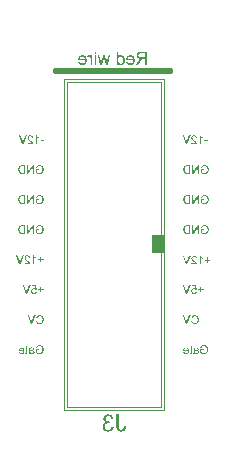
<source format=gbo>
%FSLAX33Y33*%
%MOMM*%
%AMRR-H508000-W10160000-R152400-RO1.000*
21,1,9.8552,0.508,0.,0.,180*
21,1,10.16,0.2032,0.,0.,180*
1,1,0.3048,4.9276,-0.1016*
1,1,0.3048,-4.9276,-0.1016*
1,1,0.3048,-4.9276,0.1016*
1,1,0.3048,4.9276,0.1016*%
%AMRect-W1000000-H1500000-RO1.000*
21,1,1.,1.5,0.,0.,180*%
%ADD10C,0.1*%
%ADD11RR-H508000-W10160000-R152400-RO1.000*%
%ADD12Rect-W1000000-H1500000-RO1.000*%
D10*
%LNbottom silkscreen_traces*%
%LNbottom silkscreen component aee47269770e5b20*%
G01*
X6000Y41583D02*
X6000Y14083D01*
X14000Y14083*
X14000Y41583*
X6000Y41583*
X5750Y41833D02*
X5750Y13833D01*
X14250Y13833*
X14250Y41833*
X5750Y41833*
D11*
X9915Y42508D03*
D12*
X13700Y27833D03*
G36*
X3686Y18845D02*
X3686Y18930D01*
X3378Y18930D01*
X3378Y18661D01*
X3414Y18634D01*
X3450Y18611D01*
X3487Y18591D01*
X3525Y18575D01*
X3563Y18563D01*
X3601Y18554D01*
X3640Y18549D01*
X3679Y18547D01*
X3732Y18550D01*
X3782Y18558D01*
X3829Y18573D01*
X3874Y18593D01*
X3915Y18618D01*
X3951Y18649D01*
X3981Y18685D01*
X4006Y18726D01*
X4026Y18770D01*
X4040Y18817D01*
X4048Y18867D01*
X4051Y18919D01*
X4048Y18972D01*
X4040Y19022D01*
X4026Y19071D01*
X4007Y19118D01*
X3982Y19161D01*
X3952Y19198D01*
X3918Y19229D01*
X3879Y19254D01*
X3836Y19274D01*
X3789Y19288D01*
X3740Y19296D01*
X3687Y19299D01*
X3648Y19297D01*
X3612Y19293D01*
X3577Y19285D01*
X3544Y19273D01*
X3514Y19259D01*
X3487Y19243D01*
X3464Y19224D01*
X3444Y19202D01*
X3427Y19178D01*
X3412Y19150D01*
X3400Y19118D01*
X3389Y19083D01*
X3476Y19059D01*
X3485Y19086D01*
X3494Y19109D01*
X3505Y19129D01*
X3517Y19147D01*
X3530Y19162D01*
X3546Y19175D01*
X3565Y19187D01*
X3586Y19198D01*
X3609Y19206D01*
X3634Y19212D01*
X3659Y19215D01*
X3686Y19217D01*
X3718Y19215D01*
X3748Y19212D01*
X3775Y19205D01*
X3800Y19197D01*
X3823Y19186D01*
X3844Y19173D01*
X3862Y19159D01*
X3878Y19144D01*
X3892Y19127D01*
X3904Y19109D01*
X3915Y19091D01*
X3924Y19072D01*
X3936Y19037D01*
X3945Y19001D01*
X3950Y18964D01*
X3952Y18925D01*
X3950Y18879D01*
X3943Y18836D01*
X3933Y18797D01*
X3918Y18763D01*
X3900Y18732D01*
X3877Y18706D01*
X3851Y18683D01*
X3821Y18665D01*
X3788Y18652D01*
X3755Y18642D01*
X3720Y18636D01*
X3685Y18634D01*
X3654Y18635D01*
X3623Y18640D01*
X3593Y18647D01*
X3563Y18658D01*
X3535Y18670D01*
X3510Y18683D01*
X3490Y18696D01*
X3472Y18709D01*
X3472Y18845D01*
X3686Y18845D01*
X3686Y18845D01*
X2904Y18624D02*
X2929Y18605D01*
X2932Y18602D01*
X2966Y18652D01*
X2950Y18667D01*
X2937Y18683D01*
X2926Y18702D01*
X2919Y18719D01*
X2915Y18739D01*
X2912Y18763D01*
X2911Y18791D01*
X2911Y18824D01*
X2911Y18824D01*
X2939Y18814D01*
X2972Y18805D01*
X3012Y18797D01*
X3057Y18790D01*
X3083Y18786D01*
X3104Y18782D01*
X3122Y18777D01*
X3135Y18772D01*
X3146Y18767D01*
X3155Y18760D01*
X3163Y18752D01*
X3170Y18743D01*
X3176Y18733D01*
X3180Y18723D01*
X3182Y18712D01*
X3183Y18701D01*
X3181Y18684D01*
X3176Y18668D01*
X3168Y18654D01*
X3156Y18641D01*
X3141Y18631D01*
X3122Y18623D01*
X3101Y18619D01*
X3077Y18617D01*
X3051Y18619D01*
X3028Y18623D01*
X3006Y18630D01*
X2985Y18640D01*
X2966Y18652D01*
X2932Y18602D01*
X2953Y18588D01*
X2976Y18575D01*
X2999Y18565D01*
X3023Y18557D01*
X3047Y18552D01*
X3072Y18549D01*
X3098Y18547D01*
X3139Y18550D01*
X3175Y18558D01*
X3206Y18571D01*
X3231Y18590D01*
X3252Y18613D01*
X3266Y18638D01*
X3275Y18667D01*
X3278Y18698D01*
X3277Y18717D01*
X3274Y18735D01*
X3268Y18753D01*
X3260Y18769D01*
X3251Y18784D01*
X3240Y18798D01*
X3228Y18810D01*
X3214Y18820D01*
X3200Y18829D01*
X3184Y18837D01*
X3167Y18844D01*
X3150Y18850D01*
X3135Y18853D01*
X3117Y18856D01*
X3095Y18860D01*
X3071Y18863D01*
X3020Y18870D01*
X2977Y18877D01*
X2940Y18885D01*
X2911Y18894D01*
X2911Y18902D01*
X2911Y18909D01*
X2911Y18914D01*
X2911Y18917D01*
X2912Y18942D01*
X2917Y18964D01*
X2925Y18981D01*
X2936Y18994D01*
X2955Y19007D01*
X2979Y19017D01*
X3006Y19022D01*
X3038Y19024D01*
X3067Y19023D01*
X3093Y19019D01*
X3114Y19012D01*
X3131Y19002D01*
X3145Y18989D01*
X3157Y18972D01*
X3167Y18950D01*
X3175Y18924D01*
X3263Y18936D01*
X3256Y18963D01*
X3247Y18987D01*
X3236Y19008D01*
X3223Y19026D01*
X3208Y19043D01*
X3190Y19057D01*
X3169Y19069D01*
X3145Y19079D01*
X3118Y19088D01*
X3089Y19093D01*
X3058Y19097D01*
X3025Y19098D01*
X2993Y19097D01*
X2964Y19094D01*
X2938Y19089D01*
X2915Y19082D01*
X2896Y19074D01*
X2879Y19064D01*
X2865Y19054D01*
X2853Y19042D01*
X2844Y19029D01*
X2836Y19015D01*
X2830Y18999D01*
X2826Y18982D01*
X2824Y18968D01*
X2822Y18950D01*
X2821Y18927D01*
X2821Y18899D01*
X2821Y18780D01*
X2821Y18724D01*
X2820Y18678D01*
X2818Y18645D01*
X2815Y18623D01*
X2812Y18606D01*
X2807Y18590D01*
X2801Y18575D01*
X2793Y18559D01*
X2886Y18559D01*
X2892Y18574D01*
X2897Y18589D01*
X2901Y18606D01*
X2904Y18624D01*
X2904Y18624D01*
X2488Y18639D02*
X2475Y18560D01*
X2493Y18557D01*
X2511Y18554D01*
X2527Y18553D01*
X2542Y18552D01*
X2565Y18553D01*
X2585Y18556D01*
X2603Y18561D01*
X2618Y18568D01*
X2630Y18576D01*
X2641Y18586D01*
X2649Y18596D01*
X2655Y18608D01*
X2660Y18624D01*
X2664Y18647D01*
X2666Y18677D01*
X2666Y18714D01*
X2666Y19017D01*
X2732Y19017D01*
X2732Y19086D01*
X2666Y19086D01*
X2666Y19217D01*
X2577Y19270D01*
X2577Y19086D01*
X2488Y19086D01*
X2488Y19017D01*
X2577Y19017D01*
X2577Y18709D01*
X2577Y18691D01*
X2576Y18677D01*
X2575Y18667D01*
X2573Y18660D01*
X2570Y18654D01*
X2567Y18650D01*
X2562Y18646D01*
X2557Y18642D01*
X2551Y18639D01*
X2544Y18637D01*
X2536Y18636D01*
X2527Y18636D01*
X2519Y18636D01*
X2510Y18637D01*
X2499Y18638D01*
X2488Y18639D01*
X2488Y18639D01*
X2040Y18729D02*
X1947Y18718D01*
X1961Y18679D01*
X1979Y18646D01*
X2001Y18617D01*
X2028Y18592D01*
X2060Y18573D01*
X2096Y18559D01*
X2135Y18550D01*
X2179Y18547D01*
X2234Y18552D01*
X2283Y18565D01*
X2326Y18587D01*
X2362Y18619D01*
X2392Y18658D01*
X2413Y18704D01*
X2426Y18758D01*
X2430Y18818D01*
X2426Y18881D01*
X2413Y18936D01*
X2392Y18984D01*
X2362Y19025D01*
X2325Y19057D01*
X2283Y19080D01*
X2236Y19094D01*
X2184Y19098D01*
X2177Y19097D01*
X2183Y19025D01*
X2213Y19022D01*
X2240Y19014D01*
X2264Y19002D01*
X2287Y18983D01*
X2305Y18961D01*
X2319Y18935D01*
X2328Y18906D01*
X2333Y18873D01*
X2333Y18873D01*
X2039Y18873D01*
X2043Y18905D01*
X2050Y18932D01*
X2060Y18954D01*
X2072Y18973D01*
X2095Y18996D01*
X2121Y19012D01*
X2151Y19021D01*
X2183Y19025D01*
X2177Y19097D01*
X2134Y19094D01*
X2088Y19080D01*
X2047Y19058D01*
X2011Y19026D01*
X1982Y18987D01*
X1961Y18940D01*
X1949Y18885D01*
X1944Y18824D01*
X1945Y18819D01*
X1945Y18814D01*
X1945Y18807D01*
X1945Y18800D01*
X2338Y18800D01*
X2333Y18759D01*
X2323Y18723D01*
X2308Y18693D01*
X2289Y18667D01*
X2265Y18647D01*
X2239Y18632D01*
X2210Y18624D01*
X2179Y18621D01*
X2155Y18622D01*
X2133Y18627D01*
X2113Y18635D01*
X2095Y18647D01*
X2078Y18661D01*
X2064Y18680D01*
X2051Y18703D01*
X2040Y18729D01*
X2040Y18729D01*
X3508Y21354D02*
X3411Y21330D01*
X3430Y21274D01*
X3454Y21226D01*
X3484Y21184D01*
X3520Y21149D01*
X3562Y21122D01*
X3608Y21102D01*
X3658Y21091D01*
X3713Y21087D01*
X3769Y21090D01*
X3819Y21099D01*
X3864Y21114D01*
X3904Y21135D01*
X3938Y21161D01*
X3969Y21193D01*
X3995Y21231D01*
X4016Y21273D01*
X4033Y21320D01*
X4045Y21368D01*
X4052Y21417D01*
X4054Y21468D01*
X4052Y21523D01*
X4044Y21575D01*
X4030Y21623D01*
X4011Y21667D01*
X3987Y21706D01*
X3958Y21741D01*
X3925Y21771D01*
X3887Y21795D01*
X3846Y21814D01*
X3803Y21828D01*
X3758Y21836D01*
X3711Y21839D01*
X3659Y21836D01*
X3611Y21825D01*
X3567Y21808D01*
X3528Y21783D01*
X3493Y21753D01*
X3464Y21717D01*
X3441Y21675D01*
X3424Y21627D01*
X3519Y21605D01*
X3533Y21642D01*
X3550Y21673D01*
X3569Y21700D01*
X3592Y21720D01*
X3618Y21736D01*
X3646Y21748D01*
X3678Y21754D01*
X3713Y21757D01*
X3753Y21754D01*
X3790Y21747D01*
X3823Y21734D01*
X3853Y21716D01*
X3879Y21695D01*
X3901Y21669D01*
X3919Y21641D01*
X3932Y21609D01*
X3942Y21574D01*
X3949Y21540D01*
X3954Y21505D01*
X3955Y21469D01*
X3953Y21424D01*
X3948Y21382D01*
X3940Y21343D01*
X3928Y21307D01*
X3913Y21275D01*
X3894Y21246D01*
X3871Y21223D01*
X3844Y21204D01*
X3815Y21189D01*
X3785Y21178D01*
X3753Y21171D01*
X3721Y21169D01*
X3682Y21172D01*
X3646Y21181D01*
X3613Y21196D01*
X3584Y21216D01*
X3558Y21242D01*
X3537Y21274D01*
X3520Y21311D01*
X3508Y21354D01*
X3508Y21354D01*
X3085Y21099D02*
X3367Y21827D01*
X3263Y21827D01*
X3074Y21298D01*
X3063Y21267D01*
X3053Y21237D01*
X3044Y21207D01*
X3035Y21179D01*
X3027Y21209D01*
X3017Y21239D01*
X3007Y21269D01*
X2996Y21298D01*
X2800Y21827D01*
X2702Y21827D01*
X2986Y21099D01*
X3085Y21099D01*
X3085Y21099D01*
X3851Y23757D02*
X3851Y23956D01*
X4048Y23956D01*
X4048Y24040D01*
X3851Y24040D01*
X3851Y24238D01*
X3766Y24238D01*
X3766Y24040D01*
X3568Y24040D01*
X3568Y23956D01*
X3766Y23956D01*
X3766Y23757D01*
X3851Y23757D01*
X3851Y23757D01*
X3469Y23830D02*
X3376Y23838D01*
X3369Y23806D01*
X3358Y23778D01*
X3345Y23754D01*
X3327Y23735D01*
X3307Y23720D01*
X3285Y23709D01*
X3262Y23703D01*
X3236Y23700D01*
X3205Y23703D01*
X3176Y23713D01*
X3150Y23728D01*
X3127Y23749D01*
X3107Y23775D01*
X3093Y23806D01*
X3085Y23840D01*
X3082Y23878D01*
X3085Y23914D01*
X3093Y23946D01*
X3106Y23974D01*
X3125Y23999D01*
X3148Y24018D01*
X3174Y24032D01*
X3204Y24040D01*
X3237Y24043D01*
X3258Y24041D01*
X3278Y24038D01*
X3297Y24032D01*
X3315Y24023D01*
X3332Y24013D01*
X3346Y24001D01*
X3359Y23987D01*
X3370Y23972D01*
X3454Y23983D01*
X3383Y24357D01*
X3022Y24357D01*
X3022Y24271D01*
X3312Y24271D01*
X3351Y24076D01*
X3318Y24096D01*
X3284Y24110D01*
X3249Y24119D01*
X3214Y24122D01*
X3168Y24117D01*
X3126Y24105D01*
X3087Y24084D01*
X3053Y24056D01*
X3024Y24020D01*
X3004Y23980D01*
X2991Y23935D01*
X2987Y23886D01*
X2991Y23838D01*
X3002Y23794D01*
X3020Y23753D01*
X3045Y23715D01*
X3083Y23677D01*
X3128Y23649D01*
X3178Y23632D01*
X3236Y23627D01*
X3283Y23630D01*
X3326Y23641D01*
X3364Y23658D01*
X3398Y23682D01*
X3426Y23713D01*
X3447Y23747D01*
X3462Y23786D01*
X3469Y23830D01*
X3469Y23830D01*
X2660Y23639D02*
X2942Y24367D01*
X2838Y24367D01*
X2649Y23838D01*
X2638Y23807D01*
X2628Y23777D01*
X2619Y23747D01*
X2611Y23719D01*
X2602Y23749D01*
X2593Y23779D01*
X2582Y23809D01*
X2572Y23838D01*
X2375Y24367D01*
X2277Y24367D01*
X2562Y23639D01*
X2660Y23639D01*
X2660Y23639D01*
X3851Y26297D02*
X3851Y26496D01*
X4048Y26496D01*
X4048Y26580D01*
X3851Y26580D01*
X3851Y26778D01*
X3766Y26778D01*
X3766Y26580D01*
X3568Y26580D01*
X3568Y26496D01*
X3766Y26496D01*
X3766Y26297D01*
X3851Y26297D01*
X3851Y26297D01*
X3133Y26179D02*
X3222Y26179D01*
X3222Y26748D01*
X3240Y26733D01*
X3260Y26718D01*
X3282Y26702D01*
X3307Y26687D01*
X3333Y26672D01*
X3357Y26660D01*
X3380Y26649D01*
X3401Y26641D01*
X3401Y26727D01*
X3365Y26746D01*
X3331Y26766D01*
X3299Y26788D01*
X3270Y26812D01*
X3244Y26837D01*
X3222Y26862D01*
X3204Y26886D01*
X3191Y26910D01*
X3133Y26910D01*
X3133Y26179D01*
X3133Y26179D01*
X2435Y26265D02*
X2435Y26179D01*
X2916Y26179D01*
X2916Y26195D01*
X2914Y26211D01*
X2910Y26226D01*
X2905Y26241D01*
X2895Y26266D01*
X2882Y26290D01*
X2865Y26314D01*
X2847Y26338D01*
X2824Y26363D01*
X2797Y26389D01*
X2766Y26418D01*
X2730Y26448D01*
X2675Y26494D01*
X2630Y26535D01*
X2595Y26571D01*
X2570Y26602D01*
X2551Y26630D01*
X2538Y26658D01*
X2530Y26684D01*
X2528Y26710D01*
X2530Y26735D01*
X2537Y26759D01*
X2549Y26780D01*
X2566Y26799D01*
X2586Y26815D01*
X2610Y26827D01*
X2636Y26833D01*
X2665Y26836D01*
X2695Y26833D01*
X2723Y26826D01*
X2747Y26814D01*
X2768Y26797D01*
X2785Y26776D01*
X2797Y26751D01*
X2805Y26722D01*
X2807Y26690D01*
X2899Y26699D01*
X2891Y26748D01*
X2877Y26790D01*
X2856Y26826D01*
X2828Y26856D01*
X2795Y26879D01*
X2756Y26896D01*
X2712Y26906D01*
X2663Y26910D01*
X2613Y26906D01*
X2569Y26895D01*
X2530Y26877D01*
X2497Y26852D01*
X2470Y26821D01*
X2451Y26787D01*
X2440Y26749D01*
X2436Y26708D01*
X2437Y26686D01*
X2441Y26664D01*
X2446Y26643D01*
X2454Y26622D01*
X2464Y26600D01*
X2478Y26579D01*
X2494Y26556D01*
X2513Y26533D01*
X2537Y26508D01*
X2568Y26478D01*
X2606Y26444D01*
X2651Y26405D01*
X2688Y26374D01*
X2717Y26348D01*
X2739Y26328D01*
X2754Y26314D01*
X2765Y26301D01*
X2775Y26289D01*
X2784Y26277D01*
X2792Y26265D01*
X2435Y26265D01*
X2435Y26265D01*
X2095Y26179D02*
X2377Y26907D01*
X2273Y26907D01*
X2084Y26378D01*
X2073Y26347D01*
X2063Y26317D01*
X2054Y26287D01*
X2046Y26259D01*
X2037Y26289D01*
X2027Y26319D01*
X2017Y26349D01*
X2006Y26378D01*
X1810Y26907D01*
X1712Y26907D01*
X1997Y26179D01*
X2095Y26179D01*
X2095Y26179D01*
X4073Y36558D02*
X4073Y36647D01*
X3798Y36647D01*
X3798Y36558D01*
X4073Y36558D01*
X4073Y36558D01*
X3388Y36339D02*
X3477Y36339D01*
X3477Y36908D01*
X3495Y36893D01*
X3515Y36878D01*
X3537Y36862D01*
X3562Y36847D01*
X3588Y36832D01*
X3612Y36820D01*
X3635Y36809D01*
X3656Y36801D01*
X3656Y36887D01*
X3620Y36906D01*
X3586Y36926D01*
X3554Y36948D01*
X3525Y36972D01*
X3499Y36997D01*
X3477Y37022D01*
X3459Y37046D01*
X3446Y37070D01*
X3388Y37070D01*
X3388Y36339D01*
X3388Y36339D01*
X2690Y36425D02*
X2690Y36339D01*
X3171Y36339D01*
X3171Y36355D01*
X3169Y36371D01*
X3165Y36386D01*
X3160Y36401D01*
X3150Y36426D01*
X3137Y36450D01*
X3120Y36474D01*
X3102Y36498D01*
X3079Y36523D01*
X3052Y36549D01*
X3021Y36578D01*
X2985Y36608D01*
X2930Y36654D01*
X2885Y36695D01*
X2850Y36731D01*
X2825Y36762D01*
X2806Y36790D01*
X2793Y36818D01*
X2786Y36844D01*
X2783Y36870D01*
X2785Y36895D01*
X2792Y36919D01*
X2804Y36940D01*
X2821Y36959D01*
X2841Y36975D01*
X2865Y36987D01*
X2891Y36993D01*
X2920Y36996D01*
X2950Y36993D01*
X2978Y36986D01*
X3002Y36974D01*
X3023Y36957D01*
X3040Y36936D01*
X3052Y36911D01*
X3060Y36882D01*
X3062Y36850D01*
X3154Y36859D01*
X3146Y36908D01*
X3132Y36950D01*
X3111Y36986D01*
X3083Y37016D01*
X3050Y37039D01*
X3011Y37056D01*
X2967Y37066D01*
X2918Y37070D01*
X2868Y37066D01*
X2824Y37055D01*
X2785Y37037D01*
X2752Y37012D01*
X2725Y36981D01*
X2706Y36947D01*
X2695Y36909D01*
X2691Y36868D01*
X2692Y36846D01*
X2696Y36824D01*
X2701Y36803D01*
X2709Y36782D01*
X2719Y36760D01*
X2733Y36739D01*
X2749Y36716D01*
X2768Y36693D01*
X2792Y36668D01*
X2823Y36638D01*
X2861Y36604D01*
X2906Y36565D01*
X2943Y36534D01*
X2972Y36508D01*
X2994Y36488D01*
X3009Y36474D01*
X3020Y36461D01*
X3030Y36449D01*
X3039Y36437D01*
X3047Y36425D01*
X2690Y36425D01*
X2690Y36425D01*
X2350Y36339D02*
X2632Y37067D01*
X2528Y37067D01*
X2339Y36538D01*
X2328Y36507D01*
X2318Y36477D01*
X2309Y36447D01*
X2301Y36419D01*
X2292Y36449D01*
X2282Y36479D01*
X2272Y36509D01*
X2262Y36538D01*
X2065Y37067D01*
X1967Y37067D01*
X2252Y36339D01*
X2350Y36339D01*
X2350Y36339D01*
X3686Y34085D02*
X3686Y34170D01*
X3378Y34170D01*
X3378Y33901D01*
X3414Y33874D01*
X3450Y33851D01*
X3487Y33831D01*
X3525Y33815D01*
X3563Y33803D01*
X3601Y33794D01*
X3640Y33789D01*
X3679Y33787D01*
X3732Y33790D01*
X3782Y33798D01*
X3829Y33813D01*
X3874Y33833D01*
X3915Y33858D01*
X3951Y33889D01*
X3981Y33925D01*
X4006Y33966D01*
X4026Y34010D01*
X4040Y34057D01*
X4048Y34107D01*
X4051Y34159D01*
X4048Y34212D01*
X4040Y34262D01*
X4026Y34311D01*
X4007Y34358D01*
X3982Y34401D01*
X3952Y34438D01*
X3918Y34469D01*
X3879Y34494D01*
X3836Y34514D01*
X3789Y34528D01*
X3740Y34536D01*
X3687Y34539D01*
X3648Y34537D01*
X3612Y34533D01*
X3577Y34525D01*
X3544Y34513D01*
X3514Y34499D01*
X3487Y34483D01*
X3464Y34464D01*
X3444Y34442D01*
X3427Y34418D01*
X3412Y34390D01*
X3400Y34358D01*
X3389Y34323D01*
X3476Y34299D01*
X3485Y34326D01*
X3494Y34349D01*
X3505Y34369D01*
X3517Y34387D01*
X3530Y34402D01*
X3546Y34415D01*
X3565Y34427D01*
X3586Y34438D01*
X3609Y34446D01*
X3634Y34452D01*
X3659Y34455D01*
X3686Y34457D01*
X3718Y34455D01*
X3748Y34452D01*
X3775Y34445D01*
X3800Y34437D01*
X3823Y34426D01*
X3844Y34413D01*
X3862Y34399D01*
X3878Y34384D01*
X3892Y34367D01*
X3904Y34349D01*
X3915Y34331D01*
X3924Y34312D01*
X3936Y34277D01*
X3945Y34241D01*
X3950Y34204D01*
X3952Y34165D01*
X3950Y34119D01*
X3943Y34076D01*
X3933Y34037D01*
X3918Y34003D01*
X3900Y33972D01*
X3877Y33946D01*
X3851Y33923D01*
X3821Y33905D01*
X3788Y33892D01*
X3755Y33882D01*
X3720Y33876D01*
X3685Y33874D01*
X3654Y33875D01*
X3623Y33880D01*
X3593Y33887D01*
X3563Y33898D01*
X3535Y33910D01*
X3510Y33923D01*
X3490Y33936D01*
X3472Y33949D01*
X3472Y34085D01*
X3686Y34085D01*
X3686Y34085D01*
X3237Y33799D02*
X3237Y34527D01*
X3139Y34527D01*
X2757Y33956D01*
X2757Y34527D01*
X2664Y34527D01*
X2664Y33799D01*
X2763Y33799D01*
X3145Y34371D01*
X3145Y33799D01*
X3237Y33799D01*
X3237Y33799D01*
X2503Y33799D02*
X2503Y34527D01*
X2254Y34527D01*
X2254Y34441D01*
X2406Y34441D01*
X2406Y33885D01*
X2406Y33885D01*
X2251Y33885D01*
X2217Y33886D01*
X2187Y33889D01*
X2161Y33893D01*
X2138Y33899D01*
X2119Y33906D01*
X2101Y33915D01*
X2086Y33925D01*
X2073Y33936D01*
X2057Y33955D01*
X2043Y33976D01*
X2030Y34001D01*
X2020Y34028D01*
X2011Y34059D01*
X2005Y34092D01*
X2002Y34129D01*
X2001Y34168D01*
X2003Y34222D01*
X2010Y34269D01*
X2022Y34310D01*
X2038Y34344D01*
X2058Y34372D01*
X2079Y34395D01*
X2103Y34413D01*
X2129Y34426D01*
X2151Y34432D01*
X2180Y34437D01*
X2214Y34440D01*
X2254Y34441D01*
X2254Y34527D01*
X2252Y34527D01*
X2212Y34526D01*
X2177Y34524D01*
X2147Y34521D01*
X2123Y34516D01*
X2092Y34508D01*
X2065Y34496D01*
X2039Y34481D01*
X2016Y34464D01*
X1989Y34438D01*
X1966Y34409D01*
X1946Y34376D01*
X1930Y34340D01*
X1917Y34301D01*
X1908Y34259D01*
X1903Y34214D01*
X1901Y34167D01*
X1903Y34127D01*
X1906Y34089D01*
X1912Y34053D01*
X1921Y34020D01*
X1931Y33989D01*
X1943Y33962D01*
X1956Y33937D01*
X1970Y33914D01*
X1986Y33894D01*
X2002Y33877D01*
X2019Y33861D01*
X2037Y33848D01*
X2055Y33837D01*
X2076Y33827D01*
X2099Y33819D01*
X2123Y33812D01*
X2150Y33806D01*
X2178Y33802D01*
X2208Y33800D01*
X2240Y33799D01*
X2503Y33799D01*
X2503Y33799D01*
X3686Y31545D02*
X3686Y31630D01*
X3378Y31630D01*
X3378Y31361D01*
X3414Y31334D01*
X3450Y31311D01*
X3487Y31291D01*
X3525Y31275D01*
X3563Y31263D01*
X3601Y31254D01*
X3640Y31249D01*
X3679Y31247D01*
X3732Y31250D01*
X3782Y31258D01*
X3829Y31273D01*
X3874Y31293D01*
X3915Y31318D01*
X3951Y31349D01*
X3981Y31385D01*
X4006Y31426D01*
X4026Y31470D01*
X4040Y31517D01*
X4048Y31567D01*
X4051Y31619D01*
X4048Y31672D01*
X4040Y31722D01*
X4026Y31771D01*
X4007Y31818D01*
X3982Y31861D01*
X3952Y31898D01*
X3918Y31929D01*
X3879Y31954D01*
X3836Y31974D01*
X3789Y31988D01*
X3740Y31996D01*
X3687Y31999D01*
X3648Y31997D01*
X3612Y31993D01*
X3577Y31985D01*
X3544Y31973D01*
X3514Y31959D01*
X3487Y31943D01*
X3464Y31924D01*
X3444Y31902D01*
X3427Y31878D01*
X3412Y31850D01*
X3400Y31818D01*
X3389Y31783D01*
X3476Y31759D01*
X3485Y31786D01*
X3494Y31809D01*
X3505Y31829D01*
X3517Y31847D01*
X3530Y31862D01*
X3546Y31875D01*
X3565Y31887D01*
X3586Y31898D01*
X3609Y31906D01*
X3634Y31912D01*
X3659Y31915D01*
X3686Y31917D01*
X3718Y31915D01*
X3748Y31912D01*
X3775Y31905D01*
X3800Y31897D01*
X3823Y31886D01*
X3844Y31873D01*
X3862Y31859D01*
X3878Y31844D01*
X3892Y31827D01*
X3904Y31809D01*
X3915Y31791D01*
X3924Y31772D01*
X3936Y31737D01*
X3945Y31701D01*
X3950Y31664D01*
X3952Y31625D01*
X3950Y31579D01*
X3943Y31536D01*
X3933Y31497D01*
X3918Y31463D01*
X3900Y31432D01*
X3877Y31406D01*
X3851Y31383D01*
X3821Y31365D01*
X3788Y31352D01*
X3755Y31342D01*
X3720Y31336D01*
X3685Y31334D01*
X3654Y31335D01*
X3623Y31340D01*
X3593Y31347D01*
X3563Y31358D01*
X3535Y31370D01*
X3510Y31383D01*
X3490Y31396D01*
X3472Y31409D01*
X3472Y31545D01*
X3686Y31545D01*
X3686Y31545D01*
X3237Y31259D02*
X3237Y31987D01*
X3139Y31987D01*
X2757Y31416D01*
X2757Y31987D01*
X2664Y31987D01*
X2664Y31259D01*
X2763Y31259D01*
X3145Y31831D01*
X3145Y31259D01*
X3237Y31259D01*
X3237Y31259D01*
X2503Y31259D02*
X2503Y31987D01*
X2254Y31987D01*
X2254Y31901D01*
X2406Y31901D01*
X2406Y31345D01*
X2406Y31345D01*
X2251Y31345D01*
X2217Y31346D01*
X2187Y31349D01*
X2161Y31353D01*
X2138Y31359D01*
X2119Y31366D01*
X2101Y31375D01*
X2086Y31385D01*
X2073Y31396D01*
X2057Y31415D01*
X2043Y31436D01*
X2030Y31461D01*
X2020Y31488D01*
X2011Y31519D01*
X2005Y31552D01*
X2002Y31589D01*
X2001Y31628D01*
X2003Y31682D01*
X2010Y31729D01*
X2022Y31770D01*
X2038Y31804D01*
X2058Y31832D01*
X2079Y31855D01*
X2103Y31873D01*
X2129Y31886D01*
X2151Y31892D01*
X2180Y31897D01*
X2214Y31900D01*
X2254Y31901D01*
X2254Y31987D01*
X2252Y31987D01*
X2212Y31986D01*
X2177Y31984D01*
X2147Y31981D01*
X2123Y31976D01*
X2092Y31968D01*
X2065Y31956D01*
X2039Y31941D01*
X2016Y31924D01*
X1989Y31898D01*
X1966Y31869D01*
X1946Y31836D01*
X1930Y31800D01*
X1917Y31761D01*
X1908Y31719D01*
X1903Y31674D01*
X1901Y31627D01*
X1903Y31587D01*
X1906Y31549D01*
X1912Y31513D01*
X1921Y31480D01*
X1931Y31449D01*
X1943Y31422D01*
X1956Y31397D01*
X1970Y31374D01*
X1986Y31354D01*
X2002Y31337D01*
X2019Y31321D01*
X2037Y31308D01*
X2055Y31297D01*
X2076Y31287D01*
X2099Y31279D01*
X2123Y31272D01*
X2150Y31266D01*
X2178Y31262D01*
X2208Y31260D01*
X2240Y31259D01*
X2503Y31259D01*
X2503Y31259D01*
X3686Y29005D02*
X3686Y29090D01*
X3378Y29090D01*
X3378Y28821D01*
X3414Y28794D01*
X3450Y28771D01*
X3487Y28751D01*
X3525Y28735D01*
X3563Y28723D01*
X3601Y28714D01*
X3640Y28709D01*
X3679Y28707D01*
X3732Y28710D01*
X3782Y28718D01*
X3829Y28733D01*
X3874Y28753D01*
X3915Y28778D01*
X3951Y28809D01*
X3981Y28845D01*
X4006Y28886D01*
X4026Y28930D01*
X4040Y28977D01*
X4048Y29027D01*
X4051Y29079D01*
X4048Y29132D01*
X4040Y29182D01*
X4026Y29231D01*
X4007Y29278D01*
X3982Y29321D01*
X3952Y29358D01*
X3918Y29389D01*
X3879Y29414D01*
X3836Y29434D01*
X3789Y29448D01*
X3740Y29456D01*
X3687Y29459D01*
X3648Y29457D01*
X3612Y29453D01*
X3577Y29445D01*
X3544Y29433D01*
X3514Y29419D01*
X3487Y29403D01*
X3464Y29384D01*
X3444Y29362D01*
X3427Y29338D01*
X3412Y29310D01*
X3400Y29278D01*
X3389Y29243D01*
X3476Y29219D01*
X3485Y29246D01*
X3494Y29269D01*
X3505Y29289D01*
X3517Y29307D01*
X3530Y29322D01*
X3546Y29335D01*
X3565Y29347D01*
X3586Y29358D01*
X3609Y29366D01*
X3634Y29372D01*
X3659Y29375D01*
X3686Y29377D01*
X3718Y29375D01*
X3748Y29372D01*
X3775Y29365D01*
X3800Y29357D01*
X3823Y29346D01*
X3844Y29333D01*
X3862Y29319D01*
X3878Y29304D01*
X3892Y29287D01*
X3904Y29269D01*
X3915Y29251D01*
X3924Y29232D01*
X3936Y29197D01*
X3945Y29161D01*
X3950Y29124D01*
X3952Y29085D01*
X3950Y29039D01*
X3943Y28996D01*
X3933Y28957D01*
X3918Y28923D01*
X3900Y28892D01*
X3877Y28866D01*
X3851Y28843D01*
X3821Y28825D01*
X3788Y28812D01*
X3755Y28802D01*
X3720Y28796D01*
X3685Y28794D01*
X3654Y28795D01*
X3623Y28800D01*
X3593Y28807D01*
X3563Y28818D01*
X3535Y28830D01*
X3510Y28843D01*
X3490Y28856D01*
X3472Y28869D01*
X3472Y29005D01*
X3686Y29005D01*
X3686Y29005D01*
X3237Y28719D02*
X3237Y29447D01*
X3139Y29447D01*
X2757Y28876D01*
X2757Y29447D01*
X2664Y29447D01*
X2664Y28719D01*
X2763Y28719D01*
X3145Y29291D01*
X3145Y28719D01*
X3237Y28719D01*
X3237Y28719D01*
X2503Y28719D02*
X2503Y29447D01*
X2254Y29447D01*
X2254Y29361D01*
X2406Y29361D01*
X2406Y28805D01*
X2406Y28805D01*
X2251Y28805D01*
X2217Y28806D01*
X2187Y28809D01*
X2161Y28813D01*
X2138Y28819D01*
X2119Y28826D01*
X2101Y28835D01*
X2086Y28845D01*
X2073Y28856D01*
X2057Y28875D01*
X2043Y28896D01*
X2030Y28921D01*
X2020Y28948D01*
X2011Y28979D01*
X2005Y29012D01*
X2002Y29049D01*
X2001Y29088D01*
X2003Y29142D01*
X2010Y29189D01*
X2022Y29230D01*
X2038Y29264D01*
X2058Y29292D01*
X2079Y29315D01*
X2103Y29333D01*
X2129Y29346D01*
X2151Y29352D01*
X2180Y29357D01*
X2214Y29360D01*
X2254Y29361D01*
X2254Y29447D01*
X2252Y29447D01*
X2212Y29446D01*
X2177Y29444D01*
X2147Y29441D01*
X2123Y29436D01*
X2092Y29428D01*
X2065Y29416D01*
X2039Y29401D01*
X2016Y29384D01*
X1989Y29358D01*
X1966Y29329D01*
X1946Y29296D01*
X1930Y29260D01*
X1917Y29221D01*
X1908Y29179D01*
X1903Y29134D01*
X1901Y29087D01*
X1903Y29047D01*
X1906Y29009D01*
X1912Y28973D01*
X1921Y28940D01*
X1931Y28909D01*
X1943Y28882D01*
X1956Y28857D01*
X1970Y28834D01*
X1986Y28814D01*
X2002Y28797D01*
X2019Y28781D01*
X2037Y28768D01*
X2055Y28757D01*
X2076Y28747D01*
X2099Y28739D01*
X2123Y28732D01*
X2150Y28726D01*
X2178Y28722D01*
X2208Y28720D01*
X2240Y28719D01*
X2503Y28719D01*
X2503Y28719D01*
X12802Y43041D02*
X12802Y44132D01*
X12318Y44132D01*
X12250Y44130D01*
X12190Y44125D01*
X12139Y44116D01*
X12096Y44103D01*
X12060Y44085D01*
X12028Y44062D01*
X12000Y44033D01*
X11975Y43999D01*
X11955Y43961D01*
X11941Y43921D01*
X11933Y43879D01*
X11930Y43835D01*
X11934Y43779D01*
X11949Y43728D01*
X11972Y43681D01*
X12005Y43639D01*
X12048Y43603D01*
X12101Y43574D01*
X12164Y43552D01*
X12200Y43545D01*
X12223Y43662D01*
X12192Y43671D01*
X12166Y43683D01*
X12143Y43698D01*
X12124Y43716D01*
X12108Y43737D01*
X12095Y43760D01*
X12086Y43784D01*
X12080Y43809D01*
X12079Y43835D01*
X12082Y43872D01*
X12093Y43905D01*
X12110Y43935D01*
X12135Y43962D01*
X12167Y43984D01*
X12207Y43999D01*
X12256Y44009D01*
X12312Y44012D01*
X12658Y44012D01*
X12658Y43651D01*
X12658Y43651D01*
X12347Y43651D01*
X12300Y43652D01*
X12259Y43656D01*
X12223Y43662D01*
X12200Y43545D01*
X12237Y43538D01*
X12210Y43524D01*
X12187Y43510D01*
X12167Y43497D01*
X12150Y43483D01*
X12119Y43453D01*
X12088Y43418D01*
X12059Y43380D01*
X12030Y43338D01*
X11840Y43041D01*
X12022Y43041D01*
X12166Y43268D01*
X12197Y43315D01*
X12224Y43355D01*
X12249Y43390D01*
X12271Y43419D01*
X12290Y43443D01*
X12309Y43463D01*
X12327Y43479D01*
X12344Y43492D01*
X12360Y43501D01*
X12377Y43509D01*
X12393Y43516D01*
X12410Y43521D01*
X12424Y43523D01*
X12442Y43524D01*
X12464Y43525D01*
X12490Y43526D01*
X12658Y43526D01*
X12658Y43041D01*
X12802Y43041D01*
X12802Y43041D01*
X11180Y43296D02*
X11041Y43279D01*
X11061Y43221D01*
X11088Y43171D01*
X11122Y43127D01*
X11163Y43090D01*
X11210Y43061D01*
X11263Y43040D01*
X11323Y43028D01*
X11389Y43023D01*
X11471Y43030D01*
X11544Y43050D01*
X11608Y43084D01*
X11664Y43130D01*
X11708Y43189D01*
X11740Y43259D01*
X11759Y43339D01*
X11765Y43430D01*
X11759Y43524D01*
X11740Y43607D01*
X11708Y43679D01*
X11663Y43739D01*
X11607Y43788D01*
X11545Y43822D01*
X11474Y43843D01*
X11396Y43849D01*
X11385Y43848D01*
X11395Y43739D01*
X11439Y43735D01*
X11480Y43724D01*
X11517Y43705D01*
X11550Y43678D01*
X11578Y43644D01*
X11599Y43605D01*
X11613Y43561D01*
X11619Y43512D01*
X11619Y43512D01*
X11178Y43512D01*
X11185Y43559D01*
X11195Y43600D01*
X11210Y43634D01*
X11229Y43662D01*
X11263Y43696D01*
X11302Y43720D01*
X11346Y43734D01*
X11395Y43739D01*
X11385Y43848D01*
X11321Y43843D01*
X11252Y43822D01*
X11191Y43789D01*
X11137Y43742D01*
X11093Y43682D01*
X11062Y43612D01*
X11043Y43530D01*
X11037Y43438D01*
X11037Y43431D01*
X11037Y43423D01*
X11037Y43413D01*
X11038Y43402D01*
X11627Y43402D01*
X11619Y43341D01*
X11605Y43287D01*
X11583Y43241D01*
X11553Y43203D01*
X11518Y43173D01*
X11479Y43151D01*
X11435Y43138D01*
X11388Y43134D01*
X11353Y43136D01*
X11320Y43143D01*
X11290Y43155D01*
X11262Y43172D01*
X11238Y43195D01*
X11216Y43223D01*
X11196Y43256D01*
X11180Y43296D01*
X11180Y43296D01*
X10360Y43041D02*
X10360Y43141D01*
X10421Y43204D01*
X10419Y43205D01*
X10393Y43246D01*
X10373Y43296D01*
X10362Y43356D01*
X10358Y43425D01*
X10362Y43500D01*
X10374Y43565D01*
X10393Y43619D01*
X10421Y43663D01*
X10454Y43696D01*
X10490Y43720D01*
X10531Y43734D01*
X10575Y43739D01*
X10617Y43734D01*
X10657Y43720D01*
X10692Y43698D01*
X10724Y43666D01*
X10750Y43624D01*
X10769Y43572D01*
X10780Y43509D01*
X10784Y43436D01*
X10784Y43436D01*
X10780Y43365D01*
X10768Y43303D01*
X10748Y43251D01*
X10720Y43209D01*
X10686Y43176D01*
X10650Y43152D01*
X10611Y43138D01*
X10569Y43134D01*
X10526Y43138D01*
X10487Y43152D01*
X10452Y43174D01*
X10421Y43204D01*
X10360Y43141D01*
X10402Y43090D01*
X10453Y43053D01*
X10513Y43031D01*
X10581Y43023D01*
X10628Y43027D01*
X10672Y43036D01*
X10715Y43053D01*
X10755Y43076D01*
X10792Y43104D01*
X10825Y43138D01*
X10854Y43177D01*
X10878Y43221D01*
X10897Y43269D01*
X10911Y43321D01*
X10919Y43377D01*
X10921Y43436D01*
X10919Y43494D01*
X10912Y43549D01*
X10899Y43601D01*
X10882Y43650D01*
X10860Y43696D01*
X10833Y43736D01*
X10801Y43770D01*
X10764Y43798D01*
X10723Y43821D01*
X10680Y43837D01*
X10635Y43846D01*
X10587Y43849D01*
X10553Y43848D01*
X10520Y43842D01*
X10489Y43833D01*
X10460Y43819D01*
X10433Y43803D01*
X10409Y43785D01*
X10388Y43764D01*
X10369Y43741D01*
X10369Y44132D01*
X10236Y44132D01*
X10236Y43041D01*
X10360Y43041D01*
X10360Y43041D01*
X9456Y43041D02*
X9698Y43832D01*
X9560Y43832D01*
X9434Y43375D01*
X9387Y43206D01*
X9383Y43221D01*
X9375Y43253D01*
X9363Y43302D01*
X9346Y43369D01*
X9220Y43832D01*
X9083Y43832D01*
X8964Y43373D01*
X8925Y43222D01*
X8879Y43375D01*
X8744Y43832D01*
X8614Y43832D01*
X8861Y43041D01*
X9000Y43041D01*
X9126Y43515D01*
X9156Y43649D01*
X9316Y43041D01*
X9456Y43041D01*
X9456Y43041D01*
X8501Y43041D02*
X8501Y43832D01*
X8367Y43832D01*
X8367Y43041D01*
X8501Y43041D01*
X8501Y43041D01*
X8501Y43978D02*
X8501Y44132D01*
X8367Y44132D01*
X8367Y43978D01*
X8501Y43978D01*
X8501Y43978D01*
X8164Y43041D02*
X8164Y43832D01*
X8044Y43832D01*
X8044Y43712D01*
X8021Y43750D01*
X7999Y43782D01*
X7979Y43806D01*
X7959Y43823D01*
X7939Y43834D01*
X7918Y43843D01*
X7896Y43848D01*
X7873Y43849D01*
X7839Y43847D01*
X7804Y43839D01*
X7770Y43825D01*
X7735Y43806D01*
X7781Y43682D01*
X7806Y43695D01*
X7830Y43704D01*
X7855Y43709D01*
X7879Y43711D01*
X7901Y43709D01*
X7921Y43704D01*
X7940Y43696D01*
X7958Y43685D01*
X7975Y43670D01*
X7988Y43653D01*
X7999Y43634D01*
X8008Y43611D01*
X8018Y43575D01*
X8025Y43537D01*
X8029Y43497D01*
X8030Y43455D01*
X8030Y43041D01*
X8164Y43041D01*
X8164Y43041D01*
X7114Y43296D02*
X6976Y43279D01*
X6996Y43221D01*
X7023Y43171D01*
X7057Y43127D01*
X7097Y43090D01*
X7145Y43061D01*
X7198Y43040D01*
X7258Y43028D01*
X7324Y43023D01*
X7406Y43030D01*
X7479Y43050D01*
X7543Y43084D01*
X7599Y43130D01*
X7643Y43189D01*
X7675Y43259D01*
X7694Y43339D01*
X7700Y43430D01*
X7694Y43524D01*
X7674Y43607D01*
X7642Y43679D01*
X7597Y43739D01*
X7542Y43788D01*
X7479Y43822D01*
X7409Y43843D01*
X7331Y43849D01*
X7320Y43848D01*
X7330Y43739D01*
X7374Y43735D01*
X7414Y43724D01*
X7451Y43705D01*
X7485Y43678D01*
X7513Y43644D01*
X7533Y43605D01*
X7547Y43561D01*
X7554Y43512D01*
X7554Y43512D01*
X7113Y43512D01*
X7119Y43559D01*
X7130Y43600D01*
X7145Y43634D01*
X7164Y43662D01*
X7198Y43696D01*
X7237Y43720D01*
X7281Y43734D01*
X7330Y43739D01*
X7320Y43848D01*
X7255Y43843D01*
X7187Y43822D01*
X7126Y43789D01*
X7072Y43742D01*
X7028Y43682D01*
X6997Y43612D01*
X6978Y43530D01*
X6972Y43438D01*
X6972Y43431D01*
X6972Y43423D01*
X6972Y43413D01*
X6972Y43402D01*
X7562Y43402D01*
X7554Y43341D01*
X7540Y43287D01*
X7517Y43241D01*
X7488Y43203D01*
X7453Y43173D01*
X7414Y43151D01*
X7370Y43138D01*
X7323Y43134D01*
X7287Y43136D01*
X7255Y43143D01*
X7224Y43155D01*
X7197Y43172D01*
X7172Y43195D01*
X7150Y43223D01*
X7131Y43256D01*
X7114Y43296D01*
X7114Y43296D01*
X17939Y36558D02*
X17939Y36647D01*
X17665Y36647D01*
X17665Y36558D01*
X17939Y36558D01*
X17939Y36558D01*
X17254Y36339D02*
X17344Y36339D01*
X17344Y36908D01*
X17361Y36893D01*
X17381Y36878D01*
X17403Y36862D01*
X17428Y36847D01*
X17454Y36832D01*
X17478Y36820D01*
X17501Y36809D01*
X17522Y36801D01*
X17522Y36887D01*
X17486Y36906D01*
X17452Y36926D01*
X17420Y36948D01*
X17391Y36972D01*
X17365Y36997D01*
X17343Y37022D01*
X17326Y37046D01*
X17312Y37070D01*
X17254Y37070D01*
X17254Y36339D01*
X17254Y36339D01*
X16556Y36425D02*
X16556Y36339D01*
X17037Y36339D01*
X17037Y36355D01*
X17035Y36371D01*
X17031Y36386D01*
X17027Y36401D01*
X17016Y36426D01*
X17003Y36450D01*
X16987Y36474D01*
X16968Y36498D01*
X16945Y36523D01*
X16918Y36549D01*
X16887Y36578D01*
X16851Y36608D01*
X16796Y36654D01*
X16752Y36695D01*
X16716Y36731D01*
X16691Y36762D01*
X16672Y36790D01*
X16659Y36818D01*
X16652Y36844D01*
X16649Y36870D01*
X16651Y36895D01*
X16659Y36919D01*
X16670Y36940D01*
X16687Y36959D01*
X16707Y36975D01*
X16731Y36987D01*
X16757Y36993D01*
X16786Y36996D01*
X16817Y36993D01*
X16844Y36986D01*
X16868Y36974D01*
X16889Y36957D01*
X16906Y36936D01*
X16918Y36911D01*
X16926Y36882D01*
X16928Y36850D01*
X17020Y36859D01*
X17012Y36908D01*
X16998Y36950D01*
X16977Y36986D01*
X16949Y37016D01*
X16916Y37039D01*
X16877Y37056D01*
X16833Y37066D01*
X16784Y37070D01*
X16734Y37066D01*
X16690Y37055D01*
X16652Y37037D01*
X16618Y37012D01*
X16592Y36981D01*
X16573Y36947D01*
X16561Y36909D01*
X16557Y36868D01*
X16558Y36846D01*
X16562Y36824D01*
X16567Y36803D01*
X16575Y36782D01*
X16586Y36760D01*
X16599Y36739D01*
X16615Y36716D01*
X16634Y36693D01*
X16659Y36668D01*
X16690Y36638D01*
X16727Y36604D01*
X16772Y36565D01*
X16809Y36534D01*
X16838Y36508D01*
X16860Y36488D01*
X16875Y36474D01*
X16886Y36461D01*
X16896Y36449D01*
X16905Y36437D01*
X16913Y36425D01*
X16556Y36425D01*
X16556Y36425D01*
X16216Y36339D02*
X16498Y37067D01*
X16394Y37067D01*
X16205Y36538D01*
X16194Y36507D01*
X16184Y36477D01*
X16175Y36447D01*
X16167Y36419D01*
X16158Y36449D01*
X16149Y36479D01*
X16138Y36509D01*
X16128Y36538D01*
X15931Y37067D01*
X15833Y37067D01*
X16118Y36339D01*
X16216Y36339D01*
X16216Y36339D01*
X17609Y18845D02*
X17609Y18930D01*
X17301Y18930D01*
X17301Y18661D01*
X17337Y18634D01*
X17373Y18611D01*
X17410Y18591D01*
X17447Y18575D01*
X17485Y18563D01*
X17524Y18554D01*
X17563Y18549D01*
X17602Y18547D01*
X17654Y18550D01*
X17704Y18558D01*
X17752Y18573D01*
X17797Y18593D01*
X17838Y18618D01*
X17874Y18649D01*
X17904Y18685D01*
X17929Y18726D01*
X17948Y18770D01*
X17962Y18817D01*
X17971Y18867D01*
X17974Y18919D01*
X17971Y18972D01*
X17963Y19022D01*
X17949Y19071D01*
X17929Y19118D01*
X17905Y19161D01*
X17875Y19198D01*
X17841Y19229D01*
X17801Y19254D01*
X17758Y19274D01*
X17712Y19288D01*
X17662Y19296D01*
X17609Y19299D01*
X17571Y19297D01*
X17534Y19293D01*
X17500Y19285D01*
X17467Y19273D01*
X17437Y19259D01*
X17410Y19243D01*
X17387Y19224D01*
X17367Y19202D01*
X17350Y19178D01*
X17335Y19150D01*
X17322Y19118D01*
X17312Y19083D01*
X17399Y19059D01*
X17407Y19086D01*
X17417Y19109D01*
X17428Y19129D01*
X17439Y19147D01*
X17453Y19162D01*
X17469Y19175D01*
X17488Y19187D01*
X17509Y19198D01*
X17532Y19206D01*
X17556Y19212D01*
X17582Y19215D01*
X17609Y19217D01*
X17641Y19215D01*
X17670Y19212D01*
X17698Y19205D01*
X17723Y19197D01*
X17746Y19186D01*
X17767Y19173D01*
X17785Y19159D01*
X17801Y19144D01*
X17815Y19127D01*
X17827Y19109D01*
X17838Y19091D01*
X17847Y19072D01*
X17859Y19037D01*
X17867Y19001D01*
X17873Y18964D01*
X17874Y18925D01*
X17872Y18879D01*
X17866Y18836D01*
X17856Y18797D01*
X17841Y18763D01*
X17822Y18732D01*
X17800Y18706D01*
X17774Y18683D01*
X17743Y18665D01*
X17711Y18652D01*
X17677Y18642D01*
X17643Y18636D01*
X17607Y18634D01*
X17576Y18635D01*
X17546Y18640D01*
X17515Y18647D01*
X17485Y18658D01*
X17457Y18670D01*
X17433Y18683D01*
X17412Y18696D01*
X17395Y18709D01*
X17395Y18845D01*
X17609Y18845D01*
X17609Y18845D01*
X16827Y18624D02*
X16851Y18605D01*
X16855Y18602D01*
X16889Y18652D01*
X16873Y18667D01*
X16859Y18683D01*
X16848Y18702D01*
X16842Y18719D01*
X16838Y18739D01*
X16835Y18763D01*
X16834Y18791D01*
X16834Y18824D01*
X16834Y18824D01*
X16861Y18814D01*
X16895Y18805D01*
X16934Y18797D01*
X16980Y18790D01*
X17005Y18786D01*
X17027Y18782D01*
X17044Y18777D01*
X17058Y18772D01*
X17069Y18767D01*
X17078Y18760D01*
X17086Y18752D01*
X17093Y18743D01*
X17098Y18733D01*
X17102Y18723D01*
X17105Y18712D01*
X17105Y18701D01*
X17104Y18684D01*
X17099Y18668D01*
X17090Y18654D01*
X17078Y18641D01*
X17063Y18631D01*
X17045Y18623D01*
X17024Y18619D01*
X16999Y18617D01*
X16974Y18619D01*
X16951Y18623D01*
X16928Y18630D01*
X16907Y18640D01*
X16889Y18652D01*
X16855Y18602D01*
X16875Y18588D01*
X16899Y18575D01*
X16922Y18565D01*
X16945Y18557D01*
X16970Y18552D01*
X16995Y18549D01*
X17021Y18547D01*
X17061Y18550D01*
X17097Y18558D01*
X17128Y18571D01*
X17154Y18590D01*
X17174Y18613D01*
X17189Y18638D01*
X17198Y18667D01*
X17201Y18698D01*
X17200Y18717D01*
X17196Y18735D01*
X17191Y18753D01*
X17183Y18769D01*
X17174Y18784D01*
X17163Y18798D01*
X17151Y18810D01*
X17137Y18820D01*
X17122Y18829D01*
X17107Y18837D01*
X17090Y18844D01*
X17073Y18850D01*
X17058Y18853D01*
X17040Y18856D01*
X17018Y18860D01*
X16993Y18863D01*
X16943Y18870D01*
X16899Y18877D01*
X16863Y18885D01*
X16834Y18894D01*
X16834Y18902D01*
X16834Y18909D01*
X16834Y18914D01*
X16834Y18917D01*
X16835Y18942D01*
X16840Y18964D01*
X16848Y18981D01*
X16859Y18994D01*
X16878Y19007D01*
X16901Y19017D01*
X16929Y19022D01*
X16961Y19024D01*
X16990Y19023D01*
X17015Y19019D01*
X17037Y19012D01*
X17054Y19002D01*
X17068Y18989D01*
X17080Y18972D01*
X17090Y18950D01*
X17098Y18924D01*
X17185Y18936D01*
X17178Y18963D01*
X17170Y18987D01*
X17159Y19008D01*
X17146Y19026D01*
X17131Y19043D01*
X17113Y19057D01*
X17092Y19069D01*
X17067Y19079D01*
X17040Y19088D01*
X17012Y19093D01*
X16981Y19097D01*
X16948Y19098D01*
X16916Y19097D01*
X16887Y19094D01*
X16861Y19089D01*
X16838Y19082D01*
X16818Y19074D01*
X16801Y19064D01*
X16787Y19054D01*
X16776Y19042D01*
X16767Y19029D01*
X16759Y19015D01*
X16753Y18999D01*
X16748Y18982D01*
X16746Y18968D01*
X16745Y18950D01*
X16744Y18927D01*
X16744Y18899D01*
X16744Y18780D01*
X16743Y18724D01*
X16742Y18678D01*
X16741Y18645D01*
X16738Y18623D01*
X16735Y18606D01*
X16730Y18590D01*
X16723Y18575D01*
X16715Y18559D01*
X16809Y18559D01*
X16815Y18574D01*
X16820Y18589D01*
X16824Y18606D01*
X16827Y18624D01*
X16827Y18624D01*
X16410Y18639D02*
X16397Y18560D01*
X16416Y18557D01*
X16433Y18554D01*
X16450Y18553D01*
X16465Y18552D01*
X16488Y18553D01*
X16508Y18556D01*
X16526Y18561D01*
X16540Y18568D01*
X16553Y18576D01*
X16563Y18586D01*
X16572Y18596D01*
X16578Y18608D01*
X16583Y18624D01*
X16586Y18647D01*
X16588Y18677D01*
X16589Y18714D01*
X16589Y19017D01*
X16654Y19017D01*
X16654Y19086D01*
X16589Y19086D01*
X16589Y19217D01*
X16500Y19270D01*
X16500Y19086D01*
X16410Y19086D01*
X16410Y19017D01*
X16500Y19017D01*
X16500Y18709D01*
X16500Y18691D01*
X16499Y18677D01*
X16498Y18667D01*
X16495Y18660D01*
X16493Y18654D01*
X16489Y18650D01*
X16485Y18646D01*
X16480Y18642D01*
X16474Y18639D01*
X16467Y18637D01*
X16459Y18636D01*
X16450Y18636D01*
X16442Y18636D01*
X16432Y18637D01*
X16422Y18638D01*
X16410Y18639D01*
X16410Y18639D01*
X15962Y18729D02*
X15870Y18718D01*
X15883Y18679D01*
X15901Y18646D01*
X15924Y18617D01*
X15951Y18592D01*
X15983Y18573D01*
X16018Y18559D01*
X16058Y18550D01*
X16102Y18547D01*
X16157Y18552D01*
X16205Y18565D01*
X16248Y18587D01*
X16285Y18619D01*
X16315Y18658D01*
X16336Y18704D01*
X16349Y18758D01*
X16353Y18818D01*
X16349Y18881D01*
X16336Y18936D01*
X16314Y18984D01*
X16284Y19025D01*
X16248Y19057D01*
X16206Y19080D01*
X16159Y19094D01*
X16107Y19098D01*
X16099Y19097D01*
X16106Y19025D01*
X16135Y19022D01*
X16162Y19014D01*
X16187Y19002D01*
X16209Y18983D01*
X16228Y18961D01*
X16242Y18935D01*
X16251Y18906D01*
X16256Y18873D01*
X16256Y18873D01*
X15961Y18873D01*
X15966Y18905D01*
X15973Y18932D01*
X15983Y18954D01*
X15995Y18973D01*
X16018Y18996D01*
X16044Y19012D01*
X16073Y19021D01*
X16106Y19025D01*
X16099Y19097D01*
X16056Y19094D01*
X16011Y19080D01*
X15970Y19058D01*
X15934Y19026D01*
X15905Y18987D01*
X15884Y18940D01*
X15871Y18885D01*
X15867Y18824D01*
X15867Y18819D01*
X15867Y18814D01*
X15867Y18807D01*
X15868Y18800D01*
X16261Y18800D01*
X16256Y18759D01*
X16246Y18723D01*
X16231Y18693D01*
X16211Y18667D01*
X16188Y18647D01*
X16162Y18632D01*
X16133Y18624D01*
X16101Y18621D01*
X16078Y18622D01*
X16056Y18627D01*
X16036Y18635D01*
X16017Y18647D01*
X16001Y18661D01*
X15986Y18680D01*
X15973Y18703D01*
X15962Y18729D01*
X15962Y18729D01*
X16639Y21354D02*
X16543Y21330D01*
X16561Y21274D01*
X16585Y21226D01*
X16615Y21184D01*
X16652Y21149D01*
X16693Y21122D01*
X16739Y21102D01*
X16789Y21091D01*
X16844Y21087D01*
X16900Y21090D01*
X16951Y21099D01*
X16996Y21114D01*
X17035Y21135D01*
X17070Y21161D01*
X17100Y21193D01*
X17126Y21231D01*
X17147Y21273D01*
X17164Y21320D01*
X17176Y21368D01*
X17183Y21417D01*
X17186Y21468D01*
X17183Y21523D01*
X17175Y21575D01*
X17161Y21623D01*
X17142Y21667D01*
X17118Y21706D01*
X17090Y21741D01*
X17057Y21771D01*
X17019Y21795D01*
X16978Y21814D01*
X16935Y21828D01*
X16890Y21836D01*
X16843Y21839D01*
X16790Y21836D01*
X16742Y21825D01*
X16698Y21808D01*
X16659Y21783D01*
X16625Y21753D01*
X16596Y21717D01*
X16573Y21675D01*
X16555Y21627D01*
X16650Y21605D01*
X16664Y21642D01*
X16681Y21673D01*
X16701Y21700D01*
X16723Y21720D01*
X16749Y21736D01*
X16778Y21748D01*
X16810Y21754D01*
X16844Y21757D01*
X16885Y21754D01*
X16921Y21747D01*
X16955Y21734D01*
X16985Y21716D01*
X17011Y21695D01*
X17033Y21669D01*
X17050Y21641D01*
X17064Y21609D01*
X17074Y21574D01*
X17081Y21540D01*
X17085Y21505D01*
X17087Y21469D01*
X17085Y21424D01*
X17080Y21382D01*
X17071Y21343D01*
X17060Y21307D01*
X17044Y21275D01*
X17025Y21246D01*
X17002Y21223D01*
X16975Y21204D01*
X16946Y21189D01*
X16916Y21178D01*
X16885Y21171D01*
X16852Y21169D01*
X16813Y21172D01*
X16777Y21181D01*
X16745Y21196D01*
X16715Y21216D01*
X16689Y21242D01*
X16668Y21274D01*
X16651Y21311D01*
X16639Y21354D01*
X16639Y21354D01*
X16216Y21099D02*
X16498Y21827D01*
X16394Y21827D01*
X16205Y21298D01*
X16194Y21267D01*
X16184Y21237D01*
X16175Y21207D01*
X16167Y21179D01*
X16158Y21209D01*
X16149Y21239D01*
X16138Y21269D01*
X16128Y21298D01*
X15931Y21827D01*
X15833Y21827D01*
X16118Y21099D01*
X16216Y21099D01*
X16216Y21099D01*
X17664Y34085D02*
X17664Y34170D01*
X17356Y34170D01*
X17356Y33901D01*
X17392Y33874D01*
X17428Y33851D01*
X17465Y33831D01*
X17502Y33815D01*
X17540Y33803D01*
X17579Y33794D01*
X17618Y33789D01*
X17657Y33787D01*
X17709Y33790D01*
X17759Y33798D01*
X17807Y33813D01*
X17852Y33833D01*
X17893Y33858D01*
X17929Y33889D01*
X17959Y33925D01*
X17984Y33966D01*
X18004Y34010D01*
X18018Y34057D01*
X18026Y34107D01*
X18029Y34159D01*
X18026Y34212D01*
X18018Y34262D01*
X18004Y34311D01*
X17984Y34358D01*
X17960Y34401D01*
X17930Y34438D01*
X17896Y34469D01*
X17857Y34494D01*
X17813Y34514D01*
X17767Y34528D01*
X17717Y34536D01*
X17665Y34539D01*
X17626Y34537D01*
X17589Y34533D01*
X17555Y34525D01*
X17522Y34513D01*
X17492Y34499D01*
X17465Y34483D01*
X17442Y34464D01*
X17422Y34442D01*
X17405Y34418D01*
X17390Y34390D01*
X17377Y34358D01*
X17367Y34323D01*
X17454Y34299D01*
X17462Y34326D01*
X17472Y34349D01*
X17483Y34369D01*
X17494Y34387D01*
X17508Y34402D01*
X17524Y34415D01*
X17543Y34427D01*
X17564Y34438D01*
X17587Y34446D01*
X17611Y34452D01*
X17637Y34455D01*
X17664Y34457D01*
X17696Y34455D01*
X17726Y34452D01*
X17753Y34445D01*
X17778Y34437D01*
X17801Y34426D01*
X17822Y34413D01*
X17840Y34399D01*
X17856Y34384D01*
X17870Y34367D01*
X17882Y34349D01*
X17893Y34331D01*
X17902Y34312D01*
X17914Y34277D01*
X17923Y34241D01*
X17928Y34204D01*
X17929Y34165D01*
X17927Y34119D01*
X17921Y34076D01*
X17911Y34037D01*
X17896Y34003D01*
X17877Y33972D01*
X17855Y33946D01*
X17829Y33923D01*
X17798Y33905D01*
X17766Y33892D01*
X17733Y33882D01*
X17698Y33876D01*
X17663Y33874D01*
X17632Y33875D01*
X17601Y33880D01*
X17570Y33887D01*
X17541Y33898D01*
X17513Y33910D01*
X17488Y33923D01*
X17467Y33936D01*
X17450Y33949D01*
X17450Y34085D01*
X17664Y34085D01*
X17664Y34085D01*
X17215Y33799D02*
X17215Y34527D01*
X17116Y34527D01*
X16734Y33956D01*
X16734Y34527D01*
X16642Y34527D01*
X16642Y33799D01*
X16741Y33799D01*
X17123Y34371D01*
X17123Y33799D01*
X17215Y33799D01*
X17215Y33799D01*
X16480Y33799D02*
X16480Y34527D01*
X16231Y34527D01*
X16231Y34441D01*
X16384Y34441D01*
X16384Y33885D01*
X16384Y33885D01*
X16229Y33885D01*
X16195Y33886D01*
X16165Y33889D01*
X16138Y33893D01*
X16116Y33899D01*
X16097Y33906D01*
X16079Y33915D01*
X16064Y33925D01*
X16051Y33936D01*
X16035Y33955D01*
X16020Y33976D01*
X16008Y34001D01*
X15997Y34028D01*
X15989Y34059D01*
X15983Y34092D01*
X15979Y34129D01*
X15978Y34168D01*
X15981Y34222D01*
X15988Y34269D01*
X15999Y34310D01*
X16016Y34344D01*
X16035Y34372D01*
X16057Y34395D01*
X16081Y34413D01*
X16107Y34426D01*
X16129Y34432D01*
X16157Y34437D01*
X16191Y34440D01*
X16231Y34441D01*
X16231Y34527D01*
X16230Y34527D01*
X16190Y34526D01*
X16155Y34524D01*
X16125Y34521D01*
X16100Y34516D01*
X16070Y34508D01*
X16042Y34496D01*
X16017Y34481D01*
X15994Y34464D01*
X15967Y34438D01*
X15943Y34409D01*
X15924Y34376D01*
X15908Y34340D01*
X15895Y34301D01*
X15886Y34259D01*
X15881Y34214D01*
X15879Y34167D01*
X15880Y34127D01*
X15884Y34089D01*
X15890Y34053D01*
X15898Y34020D01*
X15909Y33989D01*
X15921Y33962D01*
X15934Y33937D01*
X15948Y33914D01*
X15964Y33894D01*
X15980Y33877D01*
X15997Y33861D01*
X16014Y33848D01*
X16033Y33837D01*
X16054Y33827D01*
X16077Y33819D01*
X16101Y33812D01*
X16127Y33806D01*
X16156Y33802D01*
X16186Y33800D01*
X16218Y33799D01*
X16480Y33799D01*
X16480Y33799D01*
X17664Y31545D02*
X17664Y31630D01*
X17356Y31630D01*
X17356Y31361D01*
X17392Y31334D01*
X17428Y31311D01*
X17465Y31291D01*
X17502Y31275D01*
X17540Y31263D01*
X17579Y31254D01*
X17618Y31249D01*
X17657Y31247D01*
X17709Y31250D01*
X17759Y31258D01*
X17807Y31273D01*
X17852Y31293D01*
X17893Y31318D01*
X17929Y31349D01*
X17959Y31385D01*
X17984Y31426D01*
X18004Y31470D01*
X18018Y31517D01*
X18026Y31567D01*
X18029Y31619D01*
X18026Y31672D01*
X18018Y31722D01*
X18004Y31771D01*
X17984Y31818D01*
X17960Y31861D01*
X17930Y31898D01*
X17896Y31929D01*
X17857Y31954D01*
X17813Y31974D01*
X17767Y31988D01*
X17717Y31996D01*
X17665Y31999D01*
X17626Y31997D01*
X17589Y31993D01*
X17555Y31985D01*
X17522Y31973D01*
X17492Y31959D01*
X17465Y31943D01*
X17442Y31924D01*
X17422Y31902D01*
X17405Y31878D01*
X17390Y31850D01*
X17377Y31818D01*
X17367Y31783D01*
X17454Y31759D01*
X17462Y31786D01*
X17472Y31809D01*
X17483Y31829D01*
X17494Y31847D01*
X17508Y31862D01*
X17524Y31875D01*
X17543Y31887D01*
X17564Y31898D01*
X17587Y31906D01*
X17611Y31912D01*
X17637Y31915D01*
X17664Y31917D01*
X17696Y31915D01*
X17726Y31912D01*
X17753Y31905D01*
X17778Y31897D01*
X17801Y31886D01*
X17822Y31873D01*
X17840Y31859D01*
X17856Y31844D01*
X17870Y31827D01*
X17882Y31809D01*
X17893Y31791D01*
X17902Y31772D01*
X17914Y31737D01*
X17923Y31701D01*
X17928Y31664D01*
X17929Y31625D01*
X17927Y31579D01*
X17921Y31536D01*
X17911Y31497D01*
X17896Y31463D01*
X17877Y31432D01*
X17855Y31406D01*
X17829Y31383D01*
X17798Y31365D01*
X17766Y31352D01*
X17733Y31342D01*
X17698Y31336D01*
X17663Y31334D01*
X17632Y31335D01*
X17601Y31340D01*
X17570Y31347D01*
X17541Y31358D01*
X17513Y31370D01*
X17488Y31383D01*
X17467Y31396D01*
X17450Y31409D01*
X17450Y31545D01*
X17664Y31545D01*
X17664Y31545D01*
X17215Y31259D02*
X17215Y31987D01*
X17116Y31987D01*
X16734Y31416D01*
X16734Y31987D01*
X16642Y31987D01*
X16642Y31259D01*
X16741Y31259D01*
X17123Y31831D01*
X17123Y31259D01*
X17215Y31259D01*
X17215Y31259D01*
X16480Y31259D02*
X16480Y31987D01*
X16231Y31987D01*
X16231Y31901D01*
X16384Y31901D01*
X16384Y31345D01*
X16384Y31345D01*
X16229Y31345D01*
X16195Y31346D01*
X16165Y31349D01*
X16138Y31353D01*
X16116Y31359D01*
X16097Y31366D01*
X16079Y31375D01*
X16064Y31385D01*
X16051Y31396D01*
X16035Y31415D01*
X16020Y31436D01*
X16008Y31461D01*
X15997Y31488D01*
X15989Y31519D01*
X15983Y31552D01*
X15979Y31589D01*
X15978Y31628D01*
X15981Y31682D01*
X15988Y31729D01*
X15999Y31770D01*
X16016Y31804D01*
X16035Y31832D01*
X16057Y31855D01*
X16081Y31873D01*
X16107Y31886D01*
X16129Y31892D01*
X16157Y31897D01*
X16191Y31900D01*
X16231Y31901D01*
X16231Y31987D01*
X16230Y31987D01*
X16190Y31986D01*
X16155Y31984D01*
X16125Y31981D01*
X16100Y31976D01*
X16070Y31968D01*
X16042Y31956D01*
X16017Y31941D01*
X15994Y31924D01*
X15967Y31898D01*
X15943Y31869D01*
X15924Y31836D01*
X15908Y31800D01*
X15895Y31761D01*
X15886Y31719D01*
X15881Y31674D01*
X15879Y31627D01*
X15880Y31587D01*
X15884Y31549D01*
X15890Y31513D01*
X15898Y31480D01*
X15909Y31449D01*
X15921Y31422D01*
X15934Y31397D01*
X15948Y31374D01*
X15964Y31354D01*
X15980Y31337D01*
X15997Y31321D01*
X16014Y31308D01*
X16033Y31297D01*
X16054Y31287D01*
X16077Y31279D01*
X16101Y31272D01*
X16127Y31266D01*
X16156Y31262D01*
X16186Y31260D01*
X16218Y31259D01*
X16480Y31259D01*
X16480Y31259D01*
X17664Y29005D02*
X17664Y29090D01*
X17356Y29090D01*
X17356Y28821D01*
X17392Y28794D01*
X17428Y28771D01*
X17465Y28751D01*
X17502Y28735D01*
X17540Y28723D01*
X17579Y28714D01*
X17618Y28709D01*
X17657Y28707D01*
X17709Y28710D01*
X17759Y28718D01*
X17807Y28733D01*
X17852Y28753D01*
X17893Y28778D01*
X17929Y28809D01*
X17959Y28845D01*
X17984Y28886D01*
X18004Y28930D01*
X18018Y28977D01*
X18026Y29027D01*
X18029Y29079D01*
X18026Y29132D01*
X18018Y29182D01*
X18004Y29231D01*
X17984Y29278D01*
X17960Y29321D01*
X17930Y29358D01*
X17896Y29389D01*
X17857Y29414D01*
X17813Y29434D01*
X17767Y29448D01*
X17717Y29456D01*
X17665Y29459D01*
X17626Y29457D01*
X17589Y29453D01*
X17555Y29445D01*
X17522Y29433D01*
X17492Y29419D01*
X17465Y29403D01*
X17442Y29384D01*
X17422Y29362D01*
X17405Y29338D01*
X17390Y29310D01*
X17377Y29278D01*
X17367Y29243D01*
X17454Y29219D01*
X17462Y29246D01*
X17472Y29269D01*
X17483Y29289D01*
X17494Y29307D01*
X17508Y29322D01*
X17524Y29335D01*
X17543Y29347D01*
X17564Y29358D01*
X17587Y29366D01*
X17611Y29372D01*
X17637Y29375D01*
X17664Y29377D01*
X17696Y29375D01*
X17726Y29372D01*
X17753Y29365D01*
X17778Y29357D01*
X17801Y29346D01*
X17822Y29333D01*
X17840Y29319D01*
X17856Y29304D01*
X17870Y29287D01*
X17882Y29269D01*
X17893Y29251D01*
X17902Y29232D01*
X17914Y29197D01*
X17923Y29161D01*
X17928Y29124D01*
X17929Y29085D01*
X17927Y29039D01*
X17921Y28996D01*
X17911Y28957D01*
X17896Y28923D01*
X17877Y28892D01*
X17855Y28866D01*
X17829Y28843D01*
X17798Y28825D01*
X17766Y28812D01*
X17733Y28802D01*
X17698Y28796D01*
X17663Y28794D01*
X17632Y28795D01*
X17601Y28800D01*
X17570Y28807D01*
X17541Y28818D01*
X17513Y28830D01*
X17488Y28843D01*
X17467Y28856D01*
X17450Y28869D01*
X17450Y29005D01*
X17664Y29005D01*
X17664Y29005D01*
X17215Y28719D02*
X17215Y29447D01*
X17116Y29447D01*
X16734Y28876D01*
X16734Y29447D01*
X16642Y29447D01*
X16642Y28719D01*
X16741Y28719D01*
X17123Y29291D01*
X17123Y28719D01*
X17215Y28719D01*
X17215Y28719D01*
X16480Y28719D02*
X16480Y29447D01*
X16231Y29447D01*
X16231Y29361D01*
X16384Y29361D01*
X16384Y28805D01*
X16384Y28805D01*
X16229Y28805D01*
X16195Y28806D01*
X16165Y28809D01*
X16138Y28813D01*
X16116Y28819D01*
X16097Y28826D01*
X16079Y28835D01*
X16064Y28845D01*
X16051Y28856D01*
X16035Y28875D01*
X16020Y28896D01*
X16008Y28921D01*
X15997Y28948D01*
X15989Y28979D01*
X15983Y29012D01*
X15979Y29049D01*
X15978Y29088D01*
X15981Y29142D01*
X15988Y29189D01*
X15999Y29230D01*
X16016Y29264D01*
X16035Y29292D01*
X16057Y29315D01*
X16081Y29333D01*
X16107Y29346D01*
X16129Y29352D01*
X16157Y29357D01*
X16191Y29360D01*
X16231Y29361D01*
X16231Y29447D01*
X16230Y29447D01*
X16190Y29446D01*
X16155Y29444D01*
X16125Y29441D01*
X16100Y29436D01*
X16070Y29428D01*
X16042Y29416D01*
X16017Y29401D01*
X15994Y29384D01*
X15967Y29358D01*
X15943Y29329D01*
X15924Y29296D01*
X15908Y29260D01*
X15895Y29221D01*
X15886Y29179D01*
X15881Y29134D01*
X15879Y29087D01*
X15880Y29047D01*
X15884Y29009D01*
X15890Y28973D01*
X15898Y28940D01*
X15909Y28909D01*
X15921Y28882D01*
X15934Y28857D01*
X15948Y28834D01*
X15964Y28814D01*
X15980Y28797D01*
X15997Y28781D01*
X16014Y28768D01*
X16033Y28757D01*
X16054Y28747D01*
X16077Y28739D01*
X16101Y28732D01*
X16127Y28726D01*
X16156Y28722D01*
X16186Y28720D01*
X16218Y28719D01*
X16480Y28719D01*
X16480Y28719D01*
X17972Y26243D02*
X17972Y26442D01*
X18170Y26442D01*
X18170Y26526D01*
X17972Y26526D01*
X17972Y26724D01*
X17887Y26724D01*
X17887Y26526D01*
X17689Y26526D01*
X17689Y26442D01*
X17887Y26442D01*
X17887Y26243D01*
X17972Y26243D01*
X17972Y26243D01*
X17254Y26125D02*
X17344Y26125D01*
X17344Y26694D01*
X17361Y26679D01*
X17381Y26664D01*
X17403Y26648D01*
X17428Y26633D01*
X17454Y26618D01*
X17478Y26606D01*
X17501Y26595D01*
X17522Y26587D01*
X17522Y26673D01*
X17486Y26692D01*
X17452Y26712D01*
X17420Y26734D01*
X17391Y26758D01*
X17365Y26783D01*
X17343Y26808D01*
X17326Y26832D01*
X17312Y26856D01*
X17254Y26856D01*
X17254Y26125D01*
X17254Y26125D01*
X16556Y26211D02*
X16556Y26125D01*
X17037Y26125D01*
X17037Y26141D01*
X17035Y26157D01*
X17031Y26172D01*
X17027Y26187D01*
X17016Y26212D01*
X17003Y26236D01*
X16987Y26260D01*
X16968Y26284D01*
X16945Y26309D01*
X16918Y26335D01*
X16887Y26364D01*
X16851Y26394D01*
X16796Y26440D01*
X16752Y26481D01*
X16716Y26517D01*
X16691Y26548D01*
X16672Y26576D01*
X16659Y26604D01*
X16652Y26630D01*
X16649Y26656D01*
X16651Y26681D01*
X16659Y26705D01*
X16670Y26726D01*
X16687Y26745D01*
X16707Y26761D01*
X16731Y26773D01*
X16757Y26779D01*
X16786Y26782D01*
X16817Y26779D01*
X16844Y26772D01*
X16868Y26760D01*
X16889Y26743D01*
X16906Y26722D01*
X16918Y26697D01*
X16926Y26668D01*
X16928Y26636D01*
X17020Y26645D01*
X17012Y26694D01*
X16998Y26736D01*
X16977Y26772D01*
X16949Y26802D01*
X16916Y26825D01*
X16877Y26842D01*
X16833Y26852D01*
X16784Y26856D01*
X16734Y26852D01*
X16690Y26841D01*
X16652Y26823D01*
X16618Y26798D01*
X16592Y26767D01*
X16573Y26733D01*
X16561Y26695D01*
X16557Y26654D01*
X16558Y26632D01*
X16562Y26610D01*
X16567Y26589D01*
X16575Y26568D01*
X16586Y26546D01*
X16599Y26525D01*
X16615Y26502D01*
X16634Y26479D01*
X16659Y26454D01*
X16690Y26424D01*
X16727Y26390D01*
X16772Y26351D01*
X16809Y26320D01*
X16838Y26294D01*
X16860Y26274D01*
X16875Y26260D01*
X16886Y26247D01*
X16896Y26235D01*
X16905Y26223D01*
X16913Y26211D01*
X16556Y26211D01*
X16556Y26211D01*
X16216Y26125D02*
X16498Y26853D01*
X16394Y26853D01*
X16205Y26324D01*
X16194Y26293D01*
X16184Y26263D01*
X16175Y26233D01*
X16167Y26205D01*
X16158Y26235D01*
X16149Y26265D01*
X16138Y26295D01*
X16128Y26324D01*
X15931Y26853D01*
X15833Y26853D01*
X16118Y26125D01*
X16216Y26125D01*
X16216Y26125D01*
X17407Y23757D02*
X17407Y23956D01*
X17605Y23956D01*
X17605Y24040D01*
X17407Y24040D01*
X17407Y24238D01*
X17322Y24238D01*
X17322Y24040D01*
X17124Y24040D01*
X17124Y23956D01*
X17322Y23956D01*
X17322Y23757D01*
X17407Y23757D01*
X17407Y23757D01*
X17026Y23830D02*
X16932Y23838D01*
X16925Y23806D01*
X16915Y23778D01*
X16901Y23754D01*
X16883Y23735D01*
X16863Y23720D01*
X16842Y23709D01*
X16818Y23703D01*
X16792Y23700D01*
X16761Y23703D01*
X16732Y23713D01*
X16706Y23728D01*
X16683Y23749D01*
X16663Y23775D01*
X16649Y23806D01*
X16641Y23840D01*
X16638Y23878D01*
X16641Y23914D01*
X16649Y23946D01*
X16662Y23974D01*
X16681Y23999D01*
X16704Y24018D01*
X16731Y24032D01*
X16760Y24040D01*
X16793Y24043D01*
X16814Y24041D01*
X16834Y24038D01*
X16853Y24032D01*
X16871Y24023D01*
X16888Y24013D01*
X16902Y24001D01*
X16915Y23987D01*
X16926Y23972D01*
X17010Y23983D01*
X16939Y24357D01*
X16578Y24357D01*
X16578Y24271D01*
X16868Y24271D01*
X16907Y24076D01*
X16874Y24096D01*
X16840Y24110D01*
X16805Y24119D01*
X16770Y24122D01*
X16724Y24117D01*
X16682Y24105D01*
X16643Y24084D01*
X16609Y24056D01*
X16580Y24020D01*
X16560Y23980D01*
X16547Y23935D01*
X16543Y23886D01*
X16547Y23838D01*
X16558Y23794D01*
X16576Y23753D01*
X16601Y23715D01*
X16639Y23677D01*
X16684Y23649D01*
X16735Y23632D01*
X16792Y23627D01*
X16839Y23630D01*
X16882Y23641D01*
X16920Y23658D01*
X16954Y23682D01*
X16982Y23713D01*
X17003Y23747D01*
X17018Y23786D01*
X17026Y23830D01*
X17026Y23830D01*
X16216Y23639D02*
X16498Y24367D01*
X16394Y24367D01*
X16205Y23838D01*
X16194Y23807D01*
X16184Y23777D01*
X16175Y23747D01*
X16167Y23719D01*
X16158Y23749D01*
X16149Y23779D01*
X16138Y23809D01*
X16128Y23838D01*
X15931Y24367D01*
X15833Y24367D01*
X16118Y23639D01*
X16216Y23639D01*
X16216Y23639D01*
X10999Y12410D02*
X10828Y12433D01*
X10821Y12357D01*
X10809Y12295D01*
X10791Y12245D01*
X10766Y12208D01*
X10736Y12182D01*
X10701Y12163D01*
X10661Y12152D01*
X10615Y12148D01*
X10580Y12150D01*
X10548Y12156D01*
X10519Y12166D01*
X10492Y12181D01*
X10468Y12198D01*
X10448Y12219D01*
X10432Y12243D01*
X10420Y12269D01*
X10412Y12302D01*
X10406Y12342D01*
X10402Y12391D01*
X10401Y12449D01*
X10401Y13435D01*
X10211Y13435D01*
X10211Y12459D01*
X10214Y12375D01*
X10222Y12300D01*
X10236Y12235D01*
X10255Y12181D01*
X10280Y12135D01*
X10311Y12094D01*
X10349Y12059D01*
X10393Y12031D01*
X10442Y12008D01*
X10495Y11992D01*
X10552Y11982D01*
X10614Y11979D01*
X10703Y11986D01*
X10780Y12006D01*
X10847Y12040D01*
X10902Y12087D01*
X10946Y12148D01*
X10976Y12222D01*
X10994Y12309D01*
X10999Y12410D01*
X10999Y12410D01*
X9972Y12381D02*
X9796Y12405D01*
X9779Y12335D01*
X9755Y12276D01*
X9727Y12228D01*
X9693Y12189D01*
X9655Y12161D01*
X9613Y12140D01*
X9566Y12128D01*
X9516Y12123D01*
X9456Y12129D01*
X9402Y12145D01*
X9352Y12172D01*
X9307Y12209D01*
X9269Y12255D01*
X9243Y12306D01*
X9227Y12361D01*
X9221Y12422D01*
X9226Y12480D01*
X9241Y12533D01*
X9266Y12580D01*
X9300Y12622D01*
X9343Y12656D01*
X9390Y12681D01*
X9443Y12696D01*
X9501Y12701D01*
X9528Y12699D01*
X9557Y12696D01*
X9590Y12690D01*
X9625Y12681D01*
X9606Y12835D01*
X9598Y12835D01*
X9590Y12834D01*
X9583Y12834D01*
X9578Y12833D01*
X9523Y12837D01*
X9471Y12848D01*
X9422Y12866D01*
X9375Y12892D01*
X9336Y12925D01*
X9308Y12966D01*
X9291Y13016D01*
X9286Y13073D01*
X9290Y13119D01*
X9302Y13161D01*
X9322Y13199D01*
X9351Y13233D01*
X9386Y13261D01*
X9426Y13280D01*
X9471Y13292D01*
X9520Y13296D01*
X9569Y13292D01*
X9614Y13280D01*
X9655Y13260D01*
X9691Y13232D01*
X9722Y13196D01*
X9747Y13151D01*
X9766Y13099D01*
X9779Y13038D01*
X9955Y13070D01*
X9933Y13153D01*
X9902Y13227D01*
X9860Y13290D01*
X9808Y13344D01*
X9747Y13386D01*
X9680Y13417D01*
X9605Y13435D01*
X9524Y13441D01*
X9466Y13438D01*
X9411Y13428D01*
X9359Y13413D01*
X9308Y13391D01*
X9262Y13363D01*
X9221Y13331D01*
X9186Y13295D01*
X9157Y13253D01*
X9134Y13209D01*
X9118Y13164D01*
X9108Y13117D01*
X9105Y13069D01*
X9108Y13023D01*
X9117Y12980D01*
X9133Y12939D01*
X9155Y12900D01*
X9183Y12864D01*
X9217Y12831D01*
X9256Y12803D01*
X9302Y12779D01*
X9242Y12760D01*
X9189Y12734D01*
X9144Y12699D01*
X9105Y12657D01*
X9074Y12608D01*
X9052Y12553D01*
X9039Y12493D01*
X9035Y12426D01*
X9043Y12336D01*
X9069Y12253D01*
X9112Y12177D01*
X9171Y12108D01*
X9244Y12051D01*
X9326Y12011D01*
X9417Y11986D01*
X9517Y11978D01*
X9607Y11985D01*
X9690Y12006D01*
X9764Y12041D01*
X9830Y12090D01*
X9886Y12151D01*
X9928Y12219D01*
X9957Y12296D01*
X9972Y12381D01*
X9972Y12381D01*
G37*
M02*
</source>
